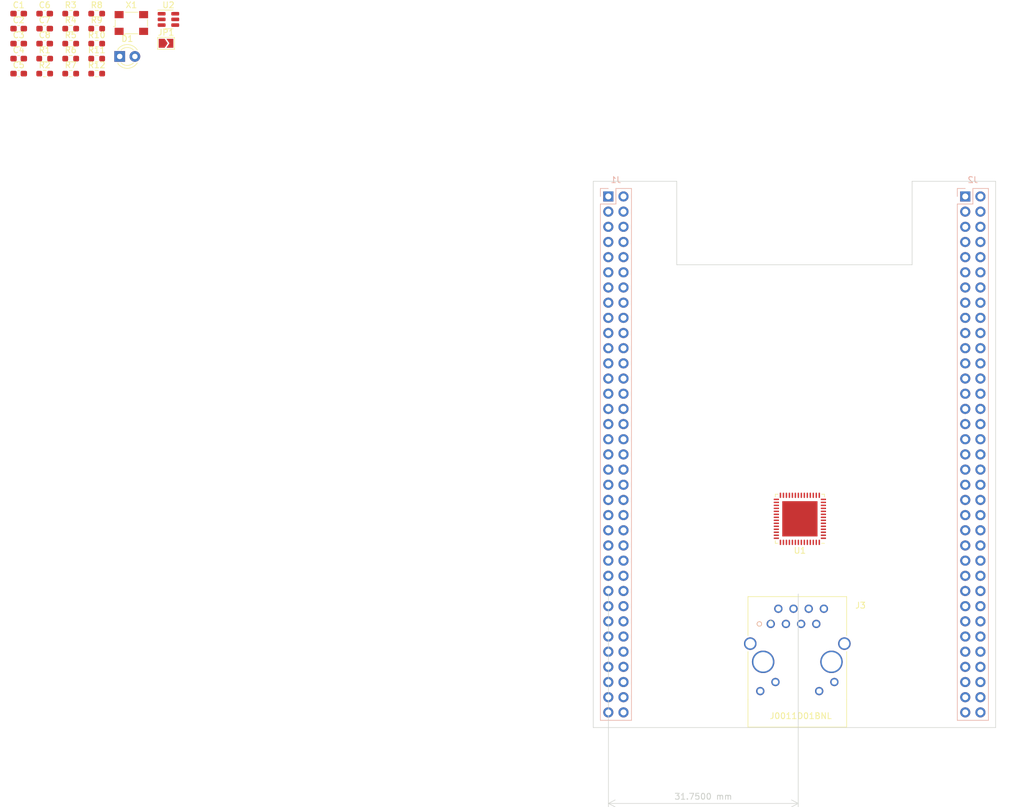
<source format=kicad_pcb>
(kicad_pcb (version 20221018) (generator pcbnew)
  (layers (0 "F.Cu" signal) (31 "B.Cu" signal) (34 "B.Paste" user) (35 "F.Paste" user) (36 "B.SilkS" user "B.Silkscreen") (37 "F.SilkS" user "F.Silkscreen") (38 "B.Mask" user) (39 "F.Mask" user) (44 "Edge.Cuts" user))
  (net 0 "")
  (net 8 "/RD+")
  (net 14 "/nRESET")
  (net 16 "GND")
  (net 19 "/TD+")
  (net 37 "/A1")
  (net 39 "/A2")
  (net 47 "/A0")
  (net 49 "/D3")
  (net 50 "/D2")
  (net 51 "/D14")
  (net 52 "/RD-")
  (net 55 "/D13")
  (net 73 "/TD-")
  (net 82 "/A5")
  (net 83 "/A4")
  (net 84 "/D5")
  (net 89 "/D4")
  (net 96 "/D0")
  (net 100 "/D7")
  (net 102 "/D1")
  (net 103 "/D9")
  (net 104 "/D11")
  (net 108 "/D6")
  (net 110 "/D12")
  (net 111 "/D10")
  (net 112 "/D8")
  (net 113 "/A7")
  (net 115 "/A3")
  (net 116 "/A6")
  (net 117 "/D15")
  (net 127 "Net-(J3-Pad9)")
  (net 128 "Net-(J3-Pad12)")
  (net 129 "/IRQ")
  (net 130 "+3.3V")
  (net 131 "+1V8")
  (net 132 "Net-(D1-A)")
  (net 133 "/nLNK_ACT")
  (net 134 "/nSPD100")
  (net 135 "/AMDIX_EN")
  (net 136 "Net-(U2-DO)")
  (net 137 "/EEP_DIO")
  (net 138 "/EEP_CLK")
  (net 139 "/EPP_CS")
  (net 140 "Net-(U1-EXRES)")
  (net 141 "/nFPDLX")
  (net 142 "/EEP_CS")
  (net 143 "/WAKEUP")
  (net 144 "Net-(U1-XTAL1{slash}CLKIN)")
  (net 145 "/nOE")
  (net 146 "/nWE")
  (net 148 "/nE1")
  (footprint "Resistor_SMD:R_0603_1608Metric_Pad0.98x0.95mm_HandSolder" (layer "F.Cu") (at 6.025 42.965)
    (fp_text reference "R1" (at 0 -1.43) (layer "F.SilkS"))
    (fp_text value "R")
    (fp_line (start -0.254724 -0.5225) (end 0.254724 -0.5225) (stroke (width 0.12)) (layer "F.SilkS"))
    (fp_line (start -0.254724 0.5225) (end 0.254724 0.5225) (stroke (width 0.12)) (layer "F.SilkS"))
    (pad "1" smd roundrect (at -0.9125 0) (size 0.975 0.95) (layers "F.Cu" "F.Paste" "F.Mask") (net 130 "+3.3V"))
    (pad "2" smd roundrect (at 0.9125 0) (size 0.975 0.95) (layers "F.Cu" "F.Paste" "F.Mask") (net 128 "Net-(J3-Pad12)"))
  )
  (footprint "Resistor_SMD:R_0603_1608Metric_Pad0.98x0.95mm_HandSolder" (layer "F.Cu") (at 10.375 40.455)
    (fp_text reference "R5" (at 0 -1.43) (layer "F.SilkS"))
    (fp_text value "R")
    (fp_line (start -0.254724 -0.5225) (end 0.254724 -0.5225) (stroke (width 0.12)) (layer "F.SilkS"))
    (fp_line (start -0.254724 0.5225) (end 0.254724 0.5225) (stroke (width 0.12)) (layer "F.SilkS"))
    (pad "1" smd roundrect (at -0.9125 0) (size 0.975 0.95) (layers "F.Cu" "F.Paste" "F.Mask") (net 130 "+3.3V"))
    (pad "2" smd roundrect (at 0.9125 0) (size 0.975 0.95) (layers "F.Cu" "F.Paste" "F.Mask") (net 19 "/TD+"))
  )
  (footprint "Resistor_SMD:R_0603_1608Metric_Pad0.98x0.95mm_HandSolder" (layer "F.Cu") (at 14.725 40.455)
    (fp_text reference "R10" (at 0 -1.43) (layer "F.SilkS"))
    (fp_text value "R")
    (fp_line (start -0.254724 -0.5225) (end 0.254724 -0.5225) (stroke (width 0.12)) (layer "F.SilkS"))
    (fp_line (start -0.254724 0.5225) (end 0.254724 0.5225) (stroke (width 0.12)) (layer "F.SilkS"))
    (pad "1" smd roundrect (at -0.9125 0) (size 0.975 0.95) (layers "F.Cu" "F.Paste" "F.Mask") (net 139 "/EPP_CS"))
    (pad "2" smd roundrect (at 0.9125 0) (size 0.975 0.95) (layers "F.Cu" "F.Paste" "F.Mask") (net 16 "GND"))
  )
  (footprint "Package_DFN_QFN:QFN-56-1EP_8x8mm_P0.5mm_EP5.9x5.9mm" (layer "F.Cu") (at 132.356 120 180)
    (fp_text reference "U1" (at 0 -5.32) (layer "F.SilkS"))
    (fp_text value "LAN9220-ABZJ")
    (fp_line (start -4.11 4.11) (end -4.11 3.635) (stroke (width 0.12)) (layer "F.SilkS"))
    (fp_line (start -3.635 -4.11) (end -4.11 -4.11) (stroke (width 0.12)) (layer "F.SilkS"))
    (fp_line (start -3.635 4.11) (end -4.11 4.11) (stroke (width 0.12)) (layer "F.SilkS"))
    (fp_line (start 3.635 -4.11) (end 4.11 -4.11) (stroke (width 0.12)) (layer "F.SilkS"))
    (fp_line (start 3.635 4.11) (end 4.11 4.11) (stroke (width 0.12)) (layer "F.SilkS"))
    (fp_line (start 4.11 -4.11) (end 4.11 -3.635) (stroke (width 0.12)) (layer "F.SilkS"))
    (fp_line (start 4.11 4.11) (end 4.11 3.635) (stroke (width 0.12)) (layer "F.SilkS"))
    (pad "1" smd roundrect (at -3.9375 -3.25 180) (size 0.875 0.25) (layers "F.Cu" "F.Paste" "F.Mask") (net 130 "+3.3V"))
    (pad "2" smd roundrect (at -3.9375 -2.75 180) (size 0.875 0.25) (layers "F.Cu" "F.Paste" "F.Mask") (net 131 "+1V8"))
    (pad "3" smd roundrect (at -3.9375 -2.25 180) (size 0.875 0.25) (layers "F.Cu" "F.Paste" "F.Mask") (net 134 "/nSPD100"))
    (pad "4" smd roundrect (at -3.9375 -1.75 180) (size 0.875 0.25) (layers "F.Cu" "F.Paste" "F.Mask") (net 133 "/nLNK_ACT"))
    (pad "5" smd roundrect (at -3.9375 -1.25 180) (size 0.875 0.25) (layers "F.Cu" "F.Paste" "F.Mask") (net 141 "/nFPDLX"))
    (pad "6" smd roundrect (at -3.9375 -0.75 180) (size 0.875 0.25) (layers "F.Cu" "F.Paste" "F.Mask") (net 113 "/A7"))
    (pad "7" smd roundrect (at -3.9375 -0.25 180) (size 0.875 0.25) (layers "F.Cu" "F.Paste" "F.Mask") (net 116 "/A6"))
    (pad "8" smd roundrect (at -3.9375 0.25 180) (size 0.875 0.25) (layers "F.Cu" "F.Paste" "F.Mask") (net 82 "/A5"))
    (pad "9" smd roundrect (at -3.9375 0.75 180) (size 0.875 0.25) (layers "F.Cu" "F.Paste" "F.Mask") (net 83 "/A4"))
    (pad "10" smd roundrect (at -3.9375 1.25 180) (size 0.875 0.25) (layers "F.Cu" "F.Paste" "F.Mask") (net 115 "/A3"))
    (pad "11" smd roundrect (at -3.9375 1.75 180) (size 0.875 0.25) (layers "F.Cu" "F.Paste" "F.Mask") (net 39 "/A2"))
    (pad "12" smd roundrect (at -3.9375 2.25 180) (size 0.875 0.25) (layers "F.Cu" "F.Paste" "F.Mask") (net 37 "/A1"))
    (pad "13" smd roundrect (at -3.9375 2.75 180) (size 0.875 0.25) (layers "F.Cu" "F.Paste" "F.Mask") (net 16 "GND"))
    (pad "14" smd roundrect (at -3.9375 3.25 180) (size 0.875 0.25) (layers "F.Cu" "F.Paste" "F.Mask") (net 16 "GND"))
    (pad "15" smd roundrect (at -3.25 3.9375 180) (size 0.25 0.875) (layers "F.Cu" "F.Paste" "F.Mask") (net 145 "/nOE"))
    (pad "16" smd roundrect (at -2.75 3.9375 180) (size 0.25 0.875) (layers "F.Cu" "F.Paste" "F.Mask") (net 146 "/nWE"))
    (pad "17" smd roundrect (at -2.25 3.9375 180) (size 0.25 0.875) (layers "F.Cu" "F.Paste" "F.Mask") (net 148 "/nE1"))
    (pad "18" smd roundrect (at -1.75 3.9375 180) (size 0.25 0.875) (layers "F.Cu" "F.Paste" "F.Mask") (net 130 "+3.3V"))
    (pad "19" smd roundrect (at -1.25 3.9375 180) (size 0.25 0.875) (layers "F.Cu" "F.Paste" "F.Mask") (net 117 "/D15"))
    (pad "20" smd roundrect (at -0.75 3.9375 180) (size 0.25 0.875) (layers "F.Cu" "F.Paste" "F.Mask") (net 51 "/D14"))
    (pad "21" smd roundrect (at -0.25 3.9375 180) (size 0.25 0.875) (layers "F.Cu" "F.Paste" "F.Mask") (net 55 "/D13"))
    (pad "22" smd roundrect (at 0.25 3.9375 180) (size 0.25 0.875) (layers "F.Cu" "F.Paste" "F.Mask") (net 110 "/D12"))
    (pad "23" smd roundrect (at 0.75 3.9375 180) (size 0.25 0.875) (layers "F.Cu" "F.Paste" "F.Mask") (net 104 "/D11"))
    (pad "24" smd roundrect (at 1.25 3.9375 180) (size 0.25 0.875) (layers "F.Cu" "F.Paste" "F.Mask") (net 130 "+3.3V"))
    (pad "25" smd roundrect (at 1.75 3.9375 180) (size 0.25 0.875) (layers "F.Cu" "F.Paste" "F.Mask") (net 111 "/D10"))
    (pad "26" smd roundrect (at 2.25 3.9375 180) (size 0.25 0.875) (layers "F.Cu" "F.Paste" "F.Mask") (net 103 "/D9"))
    (pad "27" smd roundrect (at 2.75 3.9375 180) (size 0.25 0.875) (layers "F.Cu" "F.Paste" "F.Mask") (net 112 "/D8"))
    (pad "28" smd roundrect (at 3.25 3.9375 180) (size 0.25 0.875) (layers "F.Cu" "F.Paste" "F.Mask") (net 100 "/D7"))
    (pad "29" smd roundrect (at 3.9375 3.25 180) (size 0.875 0.25) (layers "F.Cu" "F.Paste" "F.Mask") (net 108 "/D6"))
    (pad "30" smd roundrect (at 3.9375 2.75 180) (size 0.875 0.25) (layers "F.Cu" "F.Paste" "F.Mask") (net 130 "+3.3V"))
    (pad "31" smd roundrect (at 3.9375 2.25 180) (size 0.875 0.25) (layers "F.Cu" "F.Paste" "F.Mask") (net 84 "/D5"))
    (pad "32" smd roundrect (at 3.9375 1.75 180) (size 0.875 0.25) (layers "F.Cu" "F.Paste" "F.Mask") (net 89 "/D4"))
    (pad "33" smd roundrect (at 3.9375 1.25 180) (size 0.875 0.25) (layers "F.Cu" "F.Paste" "F.Mask") (net 49 "/D3"))
    (pad "34" smd roundrect (at 3.9375 0.75 180) (size 0.875 0.25) (layers "F.Cu" "F.Paste" "F.Mask") (net 50 "/D2"))
    (pad "35" smd roundrect (at 3.9375 0.25 180) (size 0.875 0.25) (layers "F.Cu" "F.Paste" "F.Mask") (net 102 "/D1"))
    (pad "36" smd roundrect (at 3.9375 -0.25 180) (size 0.875 0.25) (layers "F.Cu" "F.Paste" "F.Mask") (net 96 "/D0"))
    (pad "37" smd roundrect (at 3.9375 -0.75 180) (size 0.875 0.25) (layers "F.Cu" "F.Paste" "F.Mask") (net 131 "+1V8"))
    (pad "38" smd roundrect (at 3.9375 -1.25 180) (size 0.875 0.25) (layers "F.Cu" "F.Paste" "F.Mask") (net 137 "/EEP_DIO"))
    (pad "39" smd roundrect (at 3.9375 -1.75 180) (size 0.875 0.25) (layers "F.Cu" "F.Paste" "F.Mask") (net 142 "/EEP_CS"))
    (pad "40" smd roundrect (at 3.9375 -2.25 180) (size 0.875 0.25) (layers "F.Cu" "F.Paste" "F.Mask") (net 138 "/EEP_CLK"))
    (pad "41" smd roundrect (at 3.9375 -2.75 180) (size 0.875 0.25) (layers "F.Cu" "F.Paste" "F.Mask") (net 143 "/WAKEUP"))
    (pad "42" smd roundrect (at 3.9375 -3.25 180) (size 0.875 0.25) (layers "F.Cu" "F.Paste" "F.Mask") (net 14 "/nRESET"))
    (pad "43" smd roundrect (at 3.25 -3.9375 180) (size 0.25 0.875) (layers "F.Cu" "F.Paste" "F.Mask") (net 129 "/IRQ"))
    (pad "44" smd roundrect (at 2.75 -3.9375 180) (size 0.25 0.875) (layers "F.Cu" "F.Paste" "F.Mask") (net 73 "/TD-"))
    (pad "45" smd roundrect (at 2.25 -3.9375 180) (size 0.25 0.875) (layers "F.Cu" "F.Paste" "F.Mask") (net 19 "/TD+"))
    (pad "46" smd roundrect (at 1.75 -3.9375 180) (size 0.25 0.875) (layers "F.Cu" "F.Paste" "F.Mask") (net 130 "+3.3V"))
    (pad "47" smd roundrect (at 1.25 -3.9375 180) (size 0.25 0.875) (layers "F.Cu" "F.Paste" "F.Mask") (net 52 "/RD-"))
    (pad "48" smd roundrect (at 0.75 -3.9375 180) (size 0.25 0.875) (layers "F.Cu" "F.Paste" "F.Mask") (net 8 "/RD+"))
    (pad "49" smd roundrect (at 0.25 -3.9375 180) (size 0.25 0.875) (layers "F.Cu" "F.Paste" "F.Mask") (net 130 "+3.3V"))
    (pad "50" smd roundrect (at -0.25 -3.9375 180) (size 0.25 0.875) (layers "F.Cu" "F.Paste" "F.Mask") (net 140 "Net-(U1-EXRES)"))
    (pad "51" smd roundrect (at -0.75 -3.9375 180) (size 0.25 0.875) (layers "F.Cu" "F.Paste" "F.Mask") (net 130 "+3.3V"))
    (pad "52" smd roundrect (at -1.25 -3.9375 180) (size 0.25 0.875) (layers "F.Cu" "F.Paste" "F.Mask") (net 135 "/AMDIX_EN"))
    (pad "53" smd roundrect (at -1.75 -3.9375 180) (size 0.25 0.875) (layers "F.Cu" "F.Paste" "F.Mask") (net 131 "+1V8"))
    (pad "54" smd roundrect (at -2.25 -3.9375 180) (size 0.25 0.875) (layers "F.Cu" "F.Paste" "F.Mask"))
    (pad "55" smd roundrect (at -2.75 -3.9375 180) (size 0.25 0.875) (layers "F.Cu" "F.Paste" "F.Mask") (net 144 "Net-(U1-XTAL1{slash}CLKIN)"))
    (pad "56" smd roundrect (at -3.25 -3.9375 180) (size 0.25 0.875) (layers "F.Cu" "F.Paste" "F.Mask") (net 130 "+3.3V"))
    (pad "57" smd rect (at 0 0 180) (size 5.9 5.9) (layers "F.Cu" "F.Mask") (net 16 "GND"))
  )
  (footprint "Resistor_SMD:R_0603_1608Metric_Pad0.98x0.95mm_HandSolder" (layer "F.Cu") (at 10.375 42.965)
    (fp_text reference "R6" (at 0 -1.43) (layer "F.SilkS"))
    (fp_text value "R")
    (fp_line (start -0.254724 -0.5225) (end 0.254724 -0.5225) (stroke (width 0.12)) (layer "F.SilkS"))
    (fp_line (start -0.254724 0.5225) (end 0.254724 0.5225) (stroke (width 0.12)) (layer "F.SilkS"))
    (pad "1" smd roundrect (at -0.9125 0) (size 0.975 0.95) (layers "F.Cu" "F.Paste" "F.Mask") (net 130 "+3.3V"))
    (pad "2" smd roundrect (at 0.9125 0) (size 0.975 0.95) (layers "F.Cu" "F.Paste" "F.Mask") (net 52 "/RD-"))
  )
  (footprint "Resistor_SMD:R_0603_1608Metric_Pad0.98x0.95mm_HandSolder" (layer "F.Cu") (at 14.725 42.965)
    (fp_text reference "R11" (at 0 -1.43) (layer "F.SilkS"))
    (fp_text value "R")
    (fp_line (start -0.254724 -0.5225) (end 0.254724 -0.5225) (stroke (width 0.12)) (layer "F.SilkS"))
    (fp_line (start -0.254724 0.5225) (end 0.254724 0.5225) (stroke (width 0.12)) (layer "F.SilkS"))
    (pad "1" smd roundrect (at -0.9125 0) (size 0.975 0.95) (layers "F.Cu" "F.Paste" "F.Mask") (net 140 "Net-(U1-EXRES)"))
    (pad "2" smd roundrect (at 0.9125 0) (size 0.975 0.95) (layers "F.Cu" "F.Paste" "F.Mask") (net 16 "GND"))
  )
  (footprint "Capacitor_SMD:C_0603_1608Metric_Pad1.08x0.95mm_HandSolder" (layer "F.Cu") (at 1.675 35.435)
    (fp_text reference "C1" (at 0 -1.43) (layer "F.SilkS"))
    (fp_text value "C_Small")
    (fp_line (start -0.146267 -0.51) (end 0.146267 -0.51) (stroke (width 0.12)) (layer "F.SilkS"))
    (fp_line (start -0.146267 0.51) (end 0.146267 0.51) (stroke (width 0.12)) (layer "F.SilkS"))
    (pad "1" smd roundrect (at -0.8625 0) (size 1.075 0.95) (layers "F.Cu" "F.Paste" "F.Mask") (net 8 "/RD+"))
    (pad "2" smd roundrect (at 0.8625 0) (size 1.075 0.95) (layers "F.Cu" "F.Paste" "F.Mask") (net 16 "GND"))
  )
  (footprint "Resistor_SMD:R_0603_1608Metric_Pad0.98x0.95mm_HandSolder" (layer "F.Cu") (at 14.725 35.435)
    (fp_text reference "R8" (at 0 -1.43) (layer "F.SilkS"))
    (fp_text value "R")
    (fp_line (start -0.254724 -0.5225) (end 0.254724 -0.5225) (stroke (width 0.12)) (layer "F.SilkS"))
    (fp_line (start -0.254724 0.5225) (end 0.254724 0.5225) (stroke (width 0.12)) (layer "F.SilkS"))
    (pad "1" smd roundrect (at -0.9125 0) (size 0.975 0.95) (layers "F.Cu" "F.Paste" "F.Mask") (net 136 "Net-(U2-DO)"))
    (pad "2" smd roundrect (at 0.9125 0) (size 0.975 0.95) (layers "F.Cu" "F.Paste" "F.Mask") (net 137 "/EEP_DIO"))
  )
  (footprint "Capacitor_SMD:C_0603_1608Metric_Pad1.08x0.95mm_HandSolder" (layer "F.Cu") (at 1.675 42.965)
    (fp_text reference "C4" (at 0 -1.43) (layer "F.SilkS"))
    (fp_text value "C_Small")
    (fp_line (start -0.146267 -0.51) (end 0.146267 -0.51) (stroke (width 0.12)) (layer "F.SilkS"))
    (fp_line (start -0.146267 0.51) (end 0.146267 0.51) (stroke (width 0.12)) (layer "F.SilkS"))
    (pad "1" smd roundrect (at -0.8625 0) (size 1.075 0.95) (layers "F.Cu" "F.Paste" "F.Mask") (net 73 "/TD-"))
    (pad "2" smd roundrect (at 0.8625 0) (size 1.075 0.95) (layers "F.Cu" "F.Paste" "F.Mask") (net 16 "GND"))
  )
  (footprint "Package_TO_SOT_SMD:SOT-23-6" (layer "F.Cu") (at 26.725 36.405)
    (fp_text reference "U2" (at 0 -2.4) (layer "F.SilkS"))
    (fp_text value "93AA46AT-IOT")
    (fp_line (start 0 -1.56) (end -1.8 -1.56) (stroke (width 0.12)) (layer "F.SilkS"))
    (fp_line (start 0 -1.56) (end 0.8 -1.56) (stroke (width 0.12)) (layer "F.SilkS"))
    (fp_line (start 0 1.56) (end -0.8 1.56) (stroke (width 0.12)) (layer "F.SilkS"))
    (fp_line (start 0 1.56) (end 0.8 1.56) (stroke (width 0.12)) (layer "F.SilkS"))
    (pad "1" smd roundrect (at -1.1375 -0.95) (size 1.325 0.6) (layers "F.Cu" "F.Paste" "F.Mask") (net 136 "Net-(U2-DO)"))
    (pad "2" smd roundrect (at -1.1375 0) (size 1.325 0.6) (layers "F.Cu" "F.Paste" "F.Mask") (net 16 "GND"))
    (pad "3" smd roundrect (at -1.1375 0.95) (size 1.325 0.6) (layers "F.Cu" "F.Paste" "F.Mask") (net 137 "/EEP_DIO"))
    (pad "4" smd roundrect (at 1.1375 0.95) (size 1.325 0.6) (layers "F.Cu" "F.Paste" "F.Mask") (net 138 "/EEP_CLK"))
    (pad "5" smd roundrect (at 1.1375 0) (size 1.325 0.6) (layers "F.Cu" "F.Paste" "F.Mask") (net 139 "/EPP_CS"))
    (pad "6" smd roundrect (at 1.1375 -0.95) (size 1.325 0.6) (layers "F.Cu" "F.Paste" "F.Mask") (net 130 "+3.3V"))
  )
  (footprint "Oscillator:Oscillator_SMD_Fordahl_DFAS15-4Pin_5.0x3.2mm" (layer "F.Cu") (at 20.525 37.005)
    (fp_text reference "X1" (at 0 -3) (layer "F.SilkS"))
    (fp_text value "DFA-S15")
    (fp_line (start -3 0.6) (end -2.7 0.6) (stroke (width 0.12)) (layer "F.SilkS"))
    (fp_line (start -2.7 0.6) (end -2.7 -0.6) (stroke (width 0.12)) (layer "F.SilkS"))
    (fp_line (start -1.1 -1.8) (end 1.1 -1.8) (stroke (width 0.12)) (layer "F.SilkS"))
    (fp_line (start -1.1 1.8) (end -1.1 2.2) (stroke (width 0.12)) (layer "F.SilkS"))
    (fp_line (start 1.1 1.8) (end -1.1 1.8) (stroke (width 0.12)) (layer "F.SilkS"))
    (fp_line (start 2.7 -0.6) (end 2.7 0.6) (stroke (width 0.12)) (layer "F.SilkS"))
    (pad "1" smd rect (at -2.05 1.4) (size 1.5 1.2) (layers "F.Cu" "F.Paste" "F.Mask") (net 130 "+3.3V"))
    (pad "2" smd rect (at 2.05 1.4) (size 1.5 1.2) (layers "F.Cu" "F.Paste" "F.Mask") (net 16 "GND"))
    (pad "3" smd rect (at 2.05 -1.4) (size 1.5 1.2) (layers "F.Cu" "F.Paste" "F.Mask") (net 144 "Net-(U1-XTAL1{slash}CLKIN)"))
    (pad "4" smd rect (at -2.05 -1.4) (size 1.5 1.2) (layers "F.Cu" "F.Paste" "F.Mask") (net 130 "+3.3V"))
  )
  (footprint "Capacitor_SMD:C_0603_1608Metric_Pad1.08x0.95mm_HandSolder" (layer "F.Cu") (at 6.025 35.435)
    (fp_text reference "C6" (at 0 -1.43) (layer "F.SilkS"))
    (fp_text value "C_Small")
    (fp_line (start -0.146267 -0.51) (end 0.146267 -0.51) (stroke (width 0.12)) (layer "F.SilkS"))
    (fp_line (start -0.146267 0.51) (end 0.146267 0.51) (stroke (width 0.12)) (layer "F.SilkS"))
    (pad "1" smd roundrect (at -0.8625 0) (size 1.075 0.95) (layers "F.Cu" "F.Paste" "F.Mask") (net 130 "+3.3V"))
    (pad "2" smd roundrect (at 0.8625 0) (size 1.075 0.95) (layers "F.Cu" "F.Paste" "F.Mask") (net 16 "GND"))
  )
  (footprint "LED_THT:LED_D3.0mm" (layer "F.Cu") (at 18.575 42.605)
    (fp_text reference "D1" (at 1.27 -2.96) (layer "F.SilkS"))
    (fp_text value "LED")
    (fp_line (start -0.29 -1.236) (end -0.29 -1.08) (stroke (width 0.12)) (layer "F.SilkS"))
    (fp_line (start -0.29 1.08) (end -0.29 1.236) (stroke (width 0.12)) (layer "F.SilkS"))
    (fp_arc (start -0.29 -1.235516) (mid 1.366487 -1.987659) (end 2.942335 -1.078608) (stroke (width 0.12)) (layer "F.SilkS"))
    (fp_arc (start 0.229039 -1.08) (mid 1.270117 -1.5) (end 2.31113 -1.079837) (stroke (width 0.12)) (layer "F.SilkS"))
    (fp_arc (start 2.31113 1.079837) (mid 1.270117 1.5) (end 0.229039 1.08) (stroke (width 0.12)) (layer "F.SilkS"))
    (fp_arc (start 2.942335 1.078608) (mid 1.366487 1.987659) (end -0.29 1.235516) (stroke (width 0.12)) (layer "F.SilkS"))
    (pad "1" thru_hole rect (at 0 0) (size 1.8 1.8) (drill 0.9) (layers "*.Cu" "*.Mask") (net 141 "/nFPDLX"))
    (pad "2" thru_hole circle (at 2.54 0) (size 1.8 1.8) (drill 0.9) (layers "*.Cu" "*.Mask") (net 132 "Net-(D1-A)"))
  )
  (footprint "MyFootprint:J0011D01BNL" (layer "F.Cu") (at 127.483 137.59 180)
    (fp_text reference "J3" (at -15.017 3.09) (layer "F.SilkS"))
    (fp_text value "J0011D01BNL" (at -5.017 -15.41) (layer "F.SilkS"))
    (fp_text user "*" (at 0 0) (layer "F.SilkS"))
    (fp_circle (center 1.905 -0.005) (end 2.286 -0.005) (stroke (width 0.12)) (fill none) (layer "B.SilkS"))
    (fp_line (start -12.7 -17.277) (end -12.7 -12.7) (stroke (width 0.12)) (layer "F.SilkS"))
    (fp_line (start -12.7 -12.641237) (end -12.7 -4.633763) (stroke (width 0.12)) (layer "F.SilkS"))
    (fp_line (start -12.7 -1.966237) (end -12.7 4.567) (stroke (width 0.12)) (layer "F.SilkS"))
    (fp_line (start -12.7 4.567) (end 3.81 4.567) (stroke (width 0.12)) (layer "F.SilkS"))
    (fp_line (start 3.81 -17.277) (end -12.7 -17.277) (stroke (width 0.12)) (layer "F.SilkS"))
    (fp_line (start 3.81 -12.641237) (end 3.81 -17.277) (stroke (width 0.12)) (layer "F.SilkS"))
    (fp_line (start 3.81 -4.633763) (end 3.81 -12.641237) (stroke (width 0.12)) (layer "F.SilkS"))
    (fp_line (start 3.81 4.567) (end 3.81 -1.966237) (stroke (width 0.12)) (layer "F.SilkS"))
    (fp_circle (center 1.905 -0.005) (end 2.286 -0.005) (stroke (width 0.12)) (fill none) (layer "F.SilkS"))
    (pad "1" thru_hole circle (at 0 0 180) (size 1.397 1.397) (drill 0.889) (layers "*.Cu" "*.Mask") (net 19 "/TD+"))
    (pad "2" thru_hole circle (at -1.27 2.54 180) (size 1.397 1.397) (drill 0.889) (layers "*.Cu" "*.Mask") (net 73 "/TD-"))
    (pad "3" thru_hole circle (at -2.54 0 180) (size 1.397 1.397) (drill 0.889) (layers "*.Cu" "*.Mask") (net 8 "/RD+"))
    (pad "4" thru_hole circle (at -3.81 2.54 180) (size 1.397 1.397) (drill 0.889) (layers "*.Cu" "*.Mask") (net 16 "GND"))
    (pad "5" thru_hole circle (at -5.08 0 180) (size 1.397 1.397) (drill 0.889) (layers "*.Cu" "*.Mask") (net 16 "GND"))
    (pad "6" thru_hole circle (at -6.35 2.54 180) (size 1.397 1.397) (drill 0.889) (layers "*.Cu" "*.Mask") (net 52 "/RD-"))
    (pad "7" thru_hole circle (at -7.62 0 180) (size 1.397 1.397) (drill 0.889) (layers "*.Cu" "*.Mask") (net 16 "GND"))
    (pad "8" thru_hole circle (at -8.89 2.54 180) (size 1.397 1.397) (drill 0.889) (layers "*.Cu" "*.Mask") (net 16 "GND"))
    (pad "9" thru_hole circle (at 1.753 -11.25 180) (size 1.397 1.397) (drill 0.889) (layers "*.Cu" "*.Mask") (net 127 "Net-(J3-Pad9)"))
    (pad "10" thru_hole circle (at -0.787 -9.73 180) (size 1.397 1.397) (drill 0.889) (layers "*.Cu" "*.Mask") (net 133 "/nLNK_ACT"))
    (pad "11" thru_hole circle (at -8.103 -11.25 180) (size 1.397 1.397) (drill 0.889) (layers "*.Cu" "*.Mask") (net 134 "/nSPD100"))
    (pad "12" thru_hole circle (at -10.643 -9.73 180) (size 1.397 1.397) (drill 0.889) (layers "*.Cu" "*.Mask") (net 128 "Net-(J3-Pad12)"))
    (pad "13" thru_hole circle (at -10.16 -6.35 270) (size 3.7592 3.7592) (drill 3.2512) (layers "*.Cu" "*.Mask"))
    (pad "14" thru_hole circle (at 1.27 -6.35 270) (size 3.7592 3.7592) (drill 3.2512) (layers "*.Cu" "*.Mask"))
    (pad "15" thru_hole circle (at -12.319998 -3.3 270) (size 2.1082 2.1082) (drill 1.6002) (layers "*.Cu" "*.Mask"))
    (pad "16" thru_hole circle (at 3.429998 -3.3 270) (size 2.1082 2.1082) (drill 1.6002) (layers "*.Cu" "*.Mask"))
  )
  (footprint "Capacitor_SMD:C_0603_1608Metric_Pad1.08x0.95mm_HandSolder" (layer "F.Cu") (at 1.675 40.455)
    (fp_text reference "C3" (at 0 -1.43) (layer "F.SilkS"))
    (fp_text value "C_Small")
    (fp_line (start -0.146267 -0.51) (end 0.146267 -0.51) (stroke (width 0.12)) (layer "F.SilkS"))
    (fp_line (start -0.146267 0.51) (end 0.146267 0.51) (stroke (width 0.12)) (layer "F.SilkS"))
    (pad "1" smd roundrect (at -0.8625 0) (size 1.075 0.95) (layers "F.Cu" "F.Paste" "F.Mask") (net 52 "/RD-"))
    (pad "2" smd roundrect (at 0.8625 0) (size 1.075 0.95) (layers "F.Cu" "F.Paste" "F.Mask") (net 16 "GND"))
  )
  (footprint "Resistor_SMD:R_0603_1608Metric_Pad0.98x0.95mm_HandSolder" (layer "F.Cu") (at 6.025 45.475)
    (fp_text reference "R2" (at 0 -1.43) (layer "F.SilkS"))
    (fp_text value "R")
    (fp_line (start -0.254724 -0.5225) (end 0.254724 -0.5225) (stroke (width 0.12)) (layer "F.SilkS"))
    (fp_line (start -0.254724 0.5225) (end 0.254724 0.5225) (stroke (width 0.12)) (layer "F.SilkS"))
    (pad "1" smd roundrect (at -0.9125 0) (size 0.975 0.95) (layers "F.Cu" "F.Paste" "F.Mask") (net 130 "+3.3V"))
    (pad "2" smd roundrect (at 0.9125 0) (size 0.975 0.95) (layers "F.Cu" "F.Paste" "F.Mask") (net 127 "Net-(J3-Pad9)"))
  )
  (footprint "Capacitor_SMD:C_0603_1608Metric_Pad1.08x0.95mm_HandSolder" (layer "F.Cu") (at 1.675 45.475)
    (fp_text reference "C5" (at 0 -1.43) (layer "F.SilkS"))
    (fp_text value "C_Small")
    (fp_line (start -0.146267 -0.51) (end 0.146267 -0.51) (stroke (width 0.12)) (layer "F.SilkS"))
    (fp_line (start -0.146267 0.51) (end 0.146267 0.51) (stroke (width 0.12)) (layer "F.SilkS"))
    (pad "1" smd roundrect (at -0.8625 0) (size 1.075 0.95) (layers "F.Cu" "F.Paste" "F.Mask") (net 130 "+3.3V"))
    (pad "2" smd roundrect (at 0.8625 0) (size 1.075 0.95) (layers "F.Cu" "F.Paste" "F.Mask") (net 16 "GND"))
  )
  (footprint "Jumper:SolderJumper-2_P1.3mm_Open_TrianglePad1.0x1.5mm" (layer "F.Cu") (at 26.325 40.405)
    (fp_text reference "JP1" (at 0 -1.8) (layer "F.SilkS"))
    (fp_text value "SolderJumper_2_Open")
    (fp_line (start -1.4 -1) (end 1.4 -1) (stroke (width 0.12)) (layer "F.SilkS"))
    (fp_line (start -1.4 1) (end -1.4 -1) (stroke (width 0.12)) (layer "F.SilkS"))
    (fp_line (start 1.4 -1) (end 1.4 1) (stroke (width 0.12)) (layer "F.SilkS"))
    (fp_line (start 1.4 1) (end -1.4 1) (stroke (width 0.12)) (layer "F.SilkS"))
    (pad "1" smd custom (at -0.725 0) (size 0.3 0.3) (layers "F.Cu" "F.Mask") (net 135 "/AMDIX_EN") (options (clearance outline) (anchor rect)) (primitives (gr_poly (pts (xy 1 0) (xy 0.5 0.75) (xy -0.5 0.75) (xy -0.5 -0.75) (xy 0.5 -0.75)) (width 0) (fill yes))))
    (pad "2" smd custom (at 0.725 0) (size 0.3 0.3) (layers "F.Cu" "F.Mask") (net 16 "GND") (options (clearance outline) (anchor rect)) (primitives (gr_poly (pts (xy 0.5 0.75) (xy -0.65 0.75) (xy -0.15 0) (xy -0.65 -0.75) (xy 0.5 -0.75)) (width 0) (fill yes))))
  )
  (footprint "Resistor_SMD:R_0603_1608Metric_Pad0.98x0.95mm_HandSolder" (layer "F.Cu") (at 10.375 37.945)
    (fp_text reference "R4" (at 0 -1.43) (layer "F.SilkS"))
    (fp_text value "R")
    (fp_line (start -0.254724 -0.5225) (end 0.254724 -0.5225) (stroke (width 0.12)) (layer "F.SilkS"))
    (fp_line (start -0.254724 0.5225) (end 0.254724 0.5225) (stroke (width 0.12)) (layer "F.SilkS"))
    (pad "1" smd roundrect (at -0.9125 0) (size 0.975 0.95) (layers "F.Cu" "F.Paste" "F.Mask") (net 130 "+3.3V"))
    (pad "2" smd roundrect (at 0.9125 0) (size 0.975 0.95) (layers "F.Cu" "F.Paste" "F.Mask") (net 8 "/RD+"))
  )
  (footprint "Capacitor_SMD:C_0603_1608Metric_Pad1.08x0.95mm_HandSolder" (layer "F.Cu") (at 1.675 37.945)
    (fp_text reference "C2" (at 0 -1.43) (layer "F.SilkS"))
    (fp_text value "C_Small")
    (fp_line (start -0.146267 -0.51) (end 0.146267 -0.51) (stroke (width 0.12)) (layer "F.SilkS"))
    (fp_line (start -0.146267 0.51) (end 0.146267 0.51) (stroke (width 0.12)) (layer "F.SilkS"))
    (pad "1" smd roundrect (at -0.8625 0) (size 1.075 0.95) (layers "F.Cu" "F.Paste" "F.Mask") (net 19 "/TD+"))
    (pad "2" smd roundrect (at 0.8625 0) (size 1.075 0.95) (layers "F.Cu" "F.Paste" "F.Mask") (net 16 "GND"))
  )
  (footprint "Capacitor_SMD:C_0603_1608Metric_Pad1.08x0.95mm_HandSolder" (layer "F.Cu") (at 6.025 37.945)
    (fp_text reference "C7" (at 0 -1.43) (layer "F.SilkS"))
    (fp_text value "C_Small")
    (fp_line (start -0.146267 -0.51) (end 0.146267 -0.51) (stroke (width 0.12)) (layer "F.SilkS"))
    (fp_line (start -0.146267 0.51) (end 0.146267 0.51) (stroke (width 0.12)) (layer "F.SilkS"))
    (pad "1" smd roundrect (at -0.8625 0) (size 1.075 0.95) (layers "F.Cu" "F.Paste" "F.Mask") (net 131 "+1V8"))
    (pad "2" smd roundrect (at 0.8625 0) (size 1.075 0.95) (layers "F.Cu" "F.Paste" "F.Mask") (net 16 "GND"))
  )
  (footprint "Resistor_SMD:R_0603_1608Metric_Pad0.98x0.95mm_HandSolder" (layer "F.Cu") (at 14.725 45.475)
    (fp_text reference "R12" (at 0 -1.43) (layer "F.SilkS"))
    (fp_text value "R")
    (fp_line (start -0.254724 -0.5225) (end 0.254724 -0.5225) (stroke (width 0.12)) (layer "F.SilkS"))
    (fp_line (start -0.254724 0.5225) (end 0.254724 0.5225) (stroke (width 0.12)) (layer "F.SilkS"))
    (pad "1" smd roundrect (at -0.9125 0) (size 0.975 0.95) (layers "F.Cu" "F.Paste" "F.Mask") (net 130 "+3.3V"))
    (pad "2" smd roundrect (at 0.9125 0) (size 0.975 0.95) (layers "F.Cu" "F.Paste" "F.Mask") (net 132 "Net-(D1-A)"))
  )
  (footprint "Capacitor_SMD:C_0603_1608Metric_Pad1.08x0.95mm_HandSolder" (layer "F.Cu") (at 6.025 40.455)
    (fp_text reference "C8" (at 0 -1.43) (layer "F.SilkS"))
    (fp_text value "C_Small")
    (fp_line (start -0.146267 -0.51) (end 0.146267 -0.51) (stroke (width 0.12)) (layer "F.SilkS"))
    (fp_line (start -0.146267 0.51) (end 0.146267 0.51) (stroke (width 0.12)) (layer "F.SilkS"))
    (pad "1" smd roundrect (at -0.8625 0) (size 1.075 0.95) (layers "F.Cu" "F.Paste" "F.Mask") (net 131 "+1V8"))
    (pad "2" smd roundrect (at 0.8625 0) (size 1.075 0.95) (layers "F.Cu" "F.Paste" "F.Mask") (net 16 "GND"))
  )
  (footprint "Resistor_SMD:R_0603_1608Metric_Pad0.98x0.95mm_HandSolder" (layer "F.Cu") (at 10.375 35.435)
    (fp_text reference "R3" (at 0 -1.43) (layer "F.SilkS"))
    (fp_text value "R")
    (fp_line (start -0.254724 -0.5225) (end 0.254724 -0.5225) (stroke (width 0.12)) (layer "F.SilkS"))
    (fp_line (start -0.254724 0.5225) (end 0.254724 0.5225) (stroke (width 0.12)) (layer "F.SilkS"))
    (pad "1" smd roundrect (at -0.9125 0) (size 0.975 0.95) (layers "F.Cu" "F.Paste" "F.Mask") (net 130 "+3.3V"))
    (pad "2" smd roundrect (at 0.9125 0) (size 0.975 0.95) (layers "F.Cu" "F.Paste" "F.Mask") (net 16 "GND"))
  )
  (footprint "Resistor_SMD:R_0603_1608Metric_Pad0.98x0.95mm_HandSolder" (layer "F.Cu") (at 14.725 37.945)
    (fp_text reference "R9" (at 0 -1.43) (layer "F.SilkS"))
    (fp_text value "R")
    (fp_line (start -0.254724 -0.5225) (end 0.254724 -0.5225) (stroke (width 0.12)) (layer "F.SilkS"))
    (fp_line (start -0.254724 0.5225) (end 0.254724 0.5225) (stroke (width 0.12)) (layer "F.SilkS"))
    (pad "1" smd roundrect (at -0.9125 0) (size 0.975 0.95) (layers "F.Cu" "F.Paste" "F.Mask") (net 130 "+3.3V"))
    (pad "2" smd roundrect (at 0.9125 0) (size 0.975 0.95) (layers "F.Cu" "F.Paste" "F.Mask") (net 138 "/EEP_CLK"))
  )
  (footprint "Resistor_SMD:R_0603_1608Metric_Pad0.98x0.95mm_HandSolder" (layer "F.Cu") (at 10.375 45.475)
    (fp_text reference "R7" (at 0 -1.43) (layer "F.SilkS"))
    (fp_text value "R")
    (fp_line (start -0.254724 -0.5225) (end 0.254724 -0.5225) (stroke (width 0.12)) (layer "F.SilkS"))
    (fp_line (start -0.254724 0.5225) (end 0.254724 0.5225) (stroke (width 0.12)) (layer "F.SilkS"))
    (pad "1" smd roundrect (at -0.9125 0) (size 0.975 0.95) (layers "F.Cu" "F.Paste" "F.Mask") (net 130 "+3.3V"))
    (pad "2" smd roundrect (at 0.9125 0) (size 0.975 0.95) (layers "F.Cu" "F.Paste" "F.Mask") (net 73 "/TD-"))
  )
  (footprint "Connector_PinSocket_2.54mm:PinSocket_2x35_P2.54mm_Vertical" (layer "B.Cu") (at 160.02 66.04 180)
    (fp_text reference "J2" (at -1.27 2.77) (layer "B.SilkS") (effects (justify mirror)))
    (fp_text value "Conn_02x35_Odd_Even")
    (fp_line (start -3.87 -87.69) (end 1.33 -87.69) (stroke (width 0.12)) (layer "B.SilkS"))
    (fp_line (start -3.87 1.33) (end -3.87 -87.69) (stroke (width 0.12)) (layer "B.SilkS"))
    (fp_line (start -3.87 1.33) (end -1.27 1.33) (stroke (width 0.12)) (layer "B.SilkS"))
    (fp_line (start -1.27 -1.27) (end 1.33 -1.27) (stroke (width 0.12)) (layer "B.SilkS"))
    (fp_line (start -1.27 1.33) (end -1.27 -1.27) (stroke (width 0.12)) (layer "B.SilkS"))
    (fp_line (start 0 1.33) (end 1.33 1.33) (stroke (width 0.12)) (layer "B.SilkS"))
    (fp_line (start 1.33 -1.27) (end 1.33 -87.69) (stroke (width 0.12)) (layer "B.SilkS"))
    (fp_line (start 1.33 1.33) (end 1.33 0) (stroke (width 0.12)) (layer "B.SilkS"))
    (pad "1" thru_hole rect (at 0 0 180) (size 1.7 1.7) (drill 1) (layers "*.Cu" "*.Mask"))
    (pad "2" thru_hole oval (at -2.54 0 180) (size 1.7 1.7) (drill 1) (layers "*.Cu" "*.Mask"))
    (pad "3" thru_hole oval (at 0 -2.54 180) (size 1.7 1.7) (drill 1) (layers "*.Cu" "*.Mask"))
    (pad "4" thru_hole oval (at -2.54 -2.54 180) (size 1.7 1.7) (drill 1) (layers "*.Cu" "*.Mask"))
    (pad "5" thru_hole oval (at 0 -5.08 180) (size 1.7 1.7) (drill 1) (layers "*.Cu" "*.Mask"))
    (pad "6" thru_hole oval (at -2.54 -5.08 180) (size 1.7 1.7) (drill 1) (layers "*.Cu" "*.Mask"))
    (pad "7" thru_hole oval (at 0 -7.62 180) (size 1.7 1.7) (drill 1) (layers "*.Cu" "*.Mask"))
    (pad "8" thru_hole oval (at -2.54 -7.62 180) (size 1.7 1.7) (drill 1) (layers "*.Cu" "*.Mask"))
    (pad "9" thru_hole oval (at 0 -10.16 180) (size 1.7 1.7) (drill 1) (layers "*.Cu" "*.Mask") (net 16 "GND"))
    (pad "10" thru_hole oval (at -2.54 -10.16 180) (size 1.7 1.7) (drill 1) (layers "*.Cu" "*.Mask") (net 55 "/D13"))
    (pad "11" thru_hole oval (at 0 -12.7 180) (size 1.7 1.7) (drill 1) (layers "*.Cu" "*.Mask"))
    (pad "12" thru_hole oval (at -2.54 -12.7 180) (size 1.7 1.7) (drill 1) (layers "*.Cu" "*.Mask"))
    (pad "13" thru_hole oval (at 0 -15.24 180) (size 1.7 1.7) (drill 1) (layers "*.Cu" "*.Mask"))
    (pad "14" thru_hole oval (at -2.54 -15.24 180) (size 1.7 1.7) (drill 1) (layers "*.Cu" "*.Mask"))
    (pad "15" thru_hole oval (at 0 -17.78 180) (size 1.7 1.7) (drill 1) (layers "*.Cu" "*.Mask"))
    (pad "16" thru_hole oval (at -2.54 -17.78 180) (size 1.7 1.7) (drill 1) (layers "*.Cu" "*.Mask"))
    (pad "17" thru_hole oval (at 0 -20.32 180) (size 1.7 1.7) (drill 1) (layers "*.Cu" "*.Mask"))
    (pad "18" thru_hole oval (at -2.54 -20.32 180) (size 1.7 1.7) (drill 1) (layers "*.Cu" "*.Mask"))
    (pad "19" thru_hole oval (at 0 -22.86 180) (size 1.7 1.7) (drill 1) (layers "*.Cu" "*.Mask") (net 148 "/nE1"))
    (pad "20" thru_hole oval (at -2.54 -22.86 180) (size 1.7 1.7) (drill 1) (layers "*.Cu" "*.Mask") (net 16 "GND"))
    (pad "21" thru_hole oval (at 0 -25.4 180) (size 1.7 1.7) (drill 1) (layers "*.Cu" "*.Mask"))
    (pad "22" thru_hole oval (at -2.54 -25.4 180) (size 1.7 1.7) (drill 1) (layers "*.Cu" "*.Mask"))
    (pad "23" thru_hole oval (at 0 -27.94 180) (size 1.7 1.7) (drill 1) (layers "*.Cu" "*.Mask"))
    (pad "24" thru_hole oval (at -2.54 -27.94 180) (size 1.7 1.7) (drill 1) (layers "*.Cu" "*.Mask"))
    (pad "25" thru_hole oval (at 0 -30.48 180) (size 1.7 1.7) (drill 1) (layers "*.Cu" "*.Mask"))
    (pad "26" thru_hole oval (at -2.54 -30.48 180) (size 1.7 1.7) (drill 1) (layers "*.Cu" "*.Mask"))
    (pad "27" thru_hole oval (at 0 -33.02 180) (size 1.7 1.7) (drill 1) (layers "*.Cu" "*.Mask"))
    (pad "28" thru_hole oval (at -2.54 -33.02 180) (size 1.7 1.7) (drill 1) (layers "*.Cu" "*.Mask"))
    (pad "29" thru_hole oval (at 0 -35.56 180) (size 1.7 1.7) (drill 1) (layers "*.Cu" "*.Mask"))
    (pad "30" thru_hole oval (at -2.54 -35.56 180) (size 1.7 1.7) (drill 1) (layers "*.Cu" "*.Mask"))
    (pad "31" thru_hole oval (at 0 -38.1 180) (size 1.7 1.7) (drill 1) (layers "*.Cu" "*.Mask"))
    (pad "32" thru_hole oval (at -2.54 -38.1 180) (size 1.7 1.7) (drill 1) (layers "*.Cu" "*.Mask") (net 16 "GND"))
    (pad "33" thru_hole oval (at 0 -40.64 180) (size 1.7 1.7) (drill 1) (layers "*.Cu" "*.Mask"))
    (pad "34" thru_hole oval (at -2.54 -40.64 180) (size 1.7 1.7) (drill 1) (layers "*.Cu" "*.Mask"))
    (pad "35" thru_hole oval (at 0 -43.18 180) (size 1.7 1.7) (drill 1) (layers "*.Cu" "*.Mask"))
    (pad "36" thru_hole oval (at -2.54 -43.18 180) (size 1.7 1.7) (drill 1) (layers "*.Cu" "*.Mask") (net 82 "/A5"))
    (pad "37" thru_hole oval (at 0 -45.72 180) (size 1.7 1.7) (drill 1) (layers "*.Cu" "*.Mask"))
    (pad "38" thru_hole oval (at -2.54 -45.72 180) (size 1.7 1.7) (drill 1) (layers "*.Cu" "*.Mask") (net 83 "/A4"))
    (pad "39" thru_hole oval (at 0 -48.26 180) (size 1.7 1.7) (drill 1) (layers "*.Cu" "*.Mask") (net 16 "GND"))
    (pad "40" thru_hole oval (at -2.54 -48.26 180) (size 1.7 1.7) (drill 1) (layers "*.Cu" "*.Mask") (net 84 "/D5"))
    (pad "41" thru_hole oval (at 0 -50.8 180) (size 1.7 1.7) (drill 1) (layers "*.Cu" "*.Mask"))
    (pad "42" thru_hole oval (at -2.54 -50.8 180) (size 1.7 1.7) (drill 1) (layers "*.Cu" "*.Mask"))
    (pad "43" thru_hole oval (at 0 -53.34 180) (size 1.7 1.7) (drill 1) (layers "*.Cu" "*.Mask"))
    (pad "44" thru_hole oval (at -2.54 -53.34 180) (size 1.7 1.7) (drill 1) (layers "*.Cu" "*.Mask") (net 89 "/D4"))
    (pad "45" thru_hole oval (at 0 -55.88 180) (size 1.7 1.7) (drill 1) (layers "*.Cu" "*.Mask"))
    (pad "46" thru_hole oval (at -2.54 -55.88 180) (size 1.7 1.7) (drill 1) (layers "*.Cu" "*.Mask") (net 96 "/D0"))
    (pad "47" thru_hole oval (at 0 -58.42 180) (size 1.7 1.7) (drill 1) (layers "*.Cu" "*.Mask") (net 100 "/D7"))
    (pad "48" thru_hole oval (at -2.54 -58.42 180) (size 1.7 1.7) (drill 1) (layers "*.Cu" "*.Mask") (net 102 "/D1"))
    (pad "49" thru_hole oval (at 0 -60.96 180) (size 1.7 1.7) (drill 1) (layers "*.Cu" "*.Mask") (net 103 "/D9"))
    (pad "50" thru_hole oval (at -2.54 -60.96 180) (size 1.7 1.7) (drill 1) (layers "*.Cu" "*.Mask"))
    (pad "51" thru_hole oval (at 0 -63.5 180) (size 1.7 1.7) (drill 1) (layers "*.Cu" "*.Mask") (net 104 "/D11"))
    (pad "52" thru_hole oval (at -2.54 -63.5 180) (size 1.7 1.7) (drill 1) (layers "*.Cu" "*.Mask") (net 108 "/D6"))
    (pad "53" thru_hole oval (at 0 -66.04 180) (size 1.7 1.7) (drill 1) (layers "*.Cu" "*.Mask") (net 110 "/D12"))
    (pad "54" thru_hole oval (at -2.54 -66.04 180) (size 1.7 1.7) (drill 1) (layers "*.Cu" "*.Mask") (net 16 "GND"))
    (pad "55" thru_hole oval (at 0 -68.58 180) (size 1.7 1.7) (drill 1) (layers "*.Cu" "*.Mask") (net 111 "/D10"))
    (pad "56" thru_hole oval (at -2.54 -68.58 180) (size 1.7 1.7) (drill 1) (layers "*.Cu" "*.Mask") (net 112 "/D8"))
    (pad "57" thru_hole oval (at 0 -71.12 180) (size 1.7 1.7) (drill 1) (layers "*.Cu" "*.Mask") (net 113 "/A7"))
    (pad "58" thru_hole oval (at -2.54 -71.12 180) (size 1.7 1.7) (drill 1) (layers "*.Cu" "*.Mask") (net 115 "/A3"))
    (pad "59" thru_hole oval (at 0 -73.66 180) (size 1.7 1.7) (drill 1) (layers "*.Cu" "*.Mask") (net 116 "/A6"))
    (pad "60" thru_hole oval (at -2.54 -73.66 180) (size 1.7 1.7) (drill 1) (layers "*.Cu" "*.Mask"))
    (pad "61" thru_hole oval (at 0 -76.2 180) (size 1.7 1.7) (drill 1) (layers "*.Cu" "*.Mask"))
    (pad "62" thru_hole oval (at -2.54 -76.2 180) (size 1.7 1.7) (drill 1) (layers "*.Cu" "*.Mask"))
    (pad "63" thru_hole oval (at 0 -78.74 180) (size 1.7 1.7) (drill 1) (layers "*.Cu" "*.Mask") (net 16 "GND"))
    (pad "64" thru_hole oval (at -2.54 -78.74 180) (size 1.7 1.7) (drill 1) (layers "*.Cu" "*.Mask"))
    (pad "65" thru_hole oval (at 0 -81.28 180) (size 1.7 1.7) (drill 1) (layers "*.Cu" "*.Mask") (net 117 "/D15"))
    (pad "66" thru_hole oval (at -2.54 -81.28 180) (size 1.7 1.7) (drill 1) (layers "*.Cu" "*.Mask"))
    (pad "67" thru_hole oval (at 0 -83.82 180) (size 1.7 1.7) (drill 1) (layers "*.Cu" "*.Mask"))
    (pad "68" thru_hole oval (at -2.54 -83.82 180) (size 1.7 1.7) (drill 1) (layers "*.Cu" "*.Mask"))
    (pad "69" thru_hole oval (at 0 -86.36 180) (size 1.7 1.7) (drill 1) (layers "*.Cu" "*.Mask"))
    (pad "70" thru_hole oval (at -2.54 -86.36 180) (size 1.7 1.7) (drill 1) (layers "*.Cu" "*.Mask"))
  )
  (footprint "Connector_PinSocket_2.54mm:PinSocket_2x35_P2.54mm_Vertical" (layer "B.Cu") (at 100.31 66.04 180)
    (fp_text reference "J1" (at -1.27 2.77) (layer "B.SilkS") (effects (justify mirror)))
    (fp_text value "Conn_02x35_Odd_Even")
    (fp_line (start -3.87 -87.69) (end 1.33 -87.69) (stroke (width 0.12)) (layer "B.SilkS"))
    (fp_line (start -3.87 1.33) (end -3.87 -87.69) (stroke (width 0.12)) (layer "B.SilkS"))
    (fp_line (start -3.87 1.33) (end -1.27 1.33) (stroke (width 0.12)) (layer "B.SilkS"))
    (fp_line (start -1.27 -1.27) (end 1.33 -1.27) (stroke (width 0.12)) (layer "B.SilkS"))
    (fp_line (start -1.27 1.33) (end -1.27 -1.27) (stroke (width 0.12)) (layer "B.SilkS"))
    (fp_line (start 0 1.33) (end 1.33 1.33) (stroke (width 0.12)) (layer "B.SilkS"))
    (fp_line (start 1.33 -1.27) (end 1.33 -87.69) (stroke (width 0.12)) (layer "B.SilkS"))
    (fp_line (start 1.33 1.33) (end 1.33 0) (stroke (width 0.12)) (layer "B.SilkS"))
    (pad "1" thru_hole rect (at 0 0 180) (size 1.7 1.7) (drill 1) (layers "*.Cu" "*.Mask"))
    (pad "2" thru_hole oval (at -2.54 0 180) (size 1.7 1.7) (drill 1) (layers "*.Cu" "*.Mask"))
    (pad "3" thru_hole oval (at 0 -2.54 180) (size 1.7 1.7) (drill 1) (layers "*.Cu" "*.Mask"))
    (pad "4" thru_hole oval (at -2.54 -2.54 180) (size 1.7 1.7) (drill 1) (layers "*.Cu" "*.Mask"))
    (pad "5" thru_hole oval (at 0 -5.08 180) (size 1.7 1.7) (drill 1) (layers "*.Cu" "*.Mask"))
    (pad "6" thru_hole oval (at -2.54 -5.08 180) (size 1.7 1.7) (drill 1) (layers "*.Cu" "*.Mask"))
    (pad "7" thru_hole oval (at 0 -7.62 180) (size 1.7 1.7) (drill 1) (layers "*.Cu" "*.Mask"))
    (pad "8" thru_hole oval (at -2.54 -7.62 180) (size 1.7 1.7) (drill 1) (layers "*.Cu" "*.Mask") (net 16 "GND"))
    (pad "9" thru_hole oval (at 0 -10.16 180) (size 1.7 1.7) (drill 1) (layers "*.Cu" "*.Mask"))
    (pad "10" thru_hole oval (at -2.54 -10.16 180) (size 1.7 1.7) (drill 1) (layers "*.Cu" "*.Mask"))
    (pad "11" thru_hole oval (at 0 -12.7 180) (size 1.7 1.7) (drill 1) (layers "*.Cu" "*.Mask"))
    (pad "12" thru_hole oval (at -2.54 -12.7 180) (size 1.7 1.7) (drill 1) (layers "*.Cu" "*.Mask"))
    (pad "13" thru_hole oval (at 0 -15.24 180) (size 1.7 1.7) (drill 1) (layers "*.Cu" "*.Mask"))
    (pad "14" thru_hole oval (at -2.54 -15.24 180) (size 1.7 1.7) (drill 1) (layers "*.Cu" "*.Mask") (net 14 "/nRESET"))
    (pad "15" thru_hole oval (at 0 -17.78 180) (size 1.7 1.7) (drill 1) (layers "*.Cu" "*.Mask"))
    (pad "16" thru_hole oval (at -2.54 -17.78 180) (size 1.7 1.7) (drill 1) (layers "*.Cu" "*.Mask") (net 130 "+3.3V"))
    (pad "17" thru_hole oval (at 0 -20.32 180) (size 1.7 1.7) (drill 1) (layers "*.Cu" "*.Mask"))
    (pad "18" thru_hole oval (at -2.54 -20.32 180) (size 1.7 1.7) (drill 1) (layers "*.Cu" "*.Mask"))
    (pad "19" thru_hole oval (at 0 -22.86 180) (size 1.7 1.7) (drill 1) (layers "*.Cu" "*.Mask") (net 16 "GND"))
    (pad "20" thru_hole oval (at -2.54 -22.86 180) (size 1.7 1.7) (drill 1) (layers "*.Cu" "*.Mask") (net 16 "GND"))
    (pad "21" thru_hole oval (at 0 -25.4 180) (size 1.7 1.7) (drill 1) (layers "*.Cu" "*.Mask"))
    (pad "22" thru_hole oval (at -2.54 -25.4 180) (size 1.7 1.7) (drill 1) (layers "*.Cu" "*.Mask") (net 16 "GND"))
    (pad "23" thru_hole oval (at 0 -27.94 180) (size 1.7 1.7) (drill 1) (layers "*.Cu" "*.Mask"))
    (pad "24" thru_hole oval (at -2.54 -27.94 180) (size 1.7 1.7) (drill 1) (layers "*.Cu" "*.Mask"))
    (pad "25" thru_hole oval (at 0 -30.48 180) (size 1.7 1.7) (drill 1) (layers "*.Cu" "*.Mask"))
    (pad "26" thru_hole oval (at -2.54 -30.48 180) (size 1.7 1.7) (drill 1) (layers "*.Cu" "*.Mask"))
    (pad "27" thru_hole oval (at 0 -33.02 180) (size 1.7 1.7) (drill 1) (layers "*.Cu" "*.Mask"))
    (pad "28" thru_hole oval (at -2.54 -33.02 180) (size 1.7 1.7) (drill 1) (layers "*.Cu" "*.Mask") (net 143 "/WAKEUP"))
    (pad "29" thru_hole oval (at 0 -35.56 180) (size 1.7 1.7) (drill 1) (layers "*.Cu" "*.Mask"))
    (pad "30" thru_hole oval (at -2.54 -35.56 180) (size 1.7 1.7) (drill 1) (layers "*.Cu" "*.Mask"))
    (pad "31" thru_hole oval (at 0 -38.1 180) (size 1.7 1.7) (drill 1) (layers "*.Cu" "*.Mask"))
    (pad "32" thru_hole oval (at -2.54 -38.1 180) (size 1.7 1.7) (drill 1) (layers "*.Cu" "*.Mask") (net 129 "/IRQ"))
    (pad "33" thru_hole oval (at 0 -40.64 180) (size 1.7 1.7) (drill 1) (layers "*.Cu" "*.Mask"))
    (pad "34" thru_hole oval (at -2.54 -40.64 180) (size 1.7 1.7) (drill 1) (layers "*.Cu" "*.Mask"))
    (pad "35" thru_hole oval (at 0 -43.18 180) (size 1.7 1.7) (drill 1) (layers "*.Cu" "*.Mask"))
    (pad "36" thru_hole oval (at -2.54 -43.18 180) (size 1.7 1.7) (drill 1) (layers "*.Cu" "*.Mask"))
    (pad "37" thru_hole oval (at 0 -45.72 180) (size 1.7 1.7) (drill 1) (layers "*.Cu" "*.Mask"))
    (pad "38" thru_hole oval (at -2.54 -45.72 180) (size 1.7 1.7) (drill 1) (layers "*.Cu" "*.Mask"))
    (pad "39" thru_hole oval (at 0 -48.26 180) (size 1.7 1.7) (drill 1) (layers "*.Cu" "*.Mask") (net 145 "/nOE"))
    (pad "40" thru_hole oval (at -2.54 -48.26 180) (size 1.7 1.7) (drill 1) (layers "*.Cu" "*.Mask"))
    (pad "41" thru_hole oval (at 0 -50.8 180) (size 1.7 1.7) (drill 1) (layers "*.Cu" "*.Mask") (net 146 "/nWE"))
    (pad "42" thru_hole oval (at -2.54 -50.8 180) (size 1.7 1.7) (drill 1) (layers "*.Cu" "*.Mask"))
    (pad "43" thru_hole oval (at 0 -53.34 180) (size 1.7 1.7) (drill 1) (layers "*.Cu" "*.Mask"))
    (pad "44" thru_hole oval (at -2.54 -53.34 180) (size 1.7 1.7) (drill 1) (layers "*.Cu" "*.Mask"))
    (pad "45" thru_hole oval (at 0 -55.88 180) (size 1.7 1.7) (drill 1) (layers "*.Cu" "*.Mask"))
    (pad "46" thru_hole oval (at -2.54 -55.88 180) (size 1.7 1.7) (drill 1) (layers "*.Cu" "*.Mask"))
    (pad "47" thru_hole oval (at 0 -58.42 180) (size 1.7 1.7) (drill 1) (layers "*.Cu" "*.Mask"))
    (pad "48" thru_hole oval (at -2.54 -58.42 180) (size 1.7 1.7) (drill 1) (layers "*.Cu" "*.Mask"))
    (pad "49" thru_hole oval (at 0 -60.96 180) (size 1.7 1.7) (drill 1) (layers "*.Cu" "*.Mask") (net 16 "GND"))
    (pad "50" thru_hole oval (at -2.54 -60.96 180) (size 1.7 1.7) (drill 1) (layers "*.Cu" "*.Mask"))
    (pad "51" thru_hole oval (at 0 -63.5 180) (size 1.7 1.7) (drill 1) (layers "*.Cu" "*.Mask") (net 37 "/A1"))
    (pad "52" thru_hole oval (at -2.54 -63.5 180) (size 1.7 1.7) (drill 1) (layers "*.Cu" "*.Mask") (net 39 "/A2"))
    (pad "53" thru_hole oval (at 0 -66.04 180) (size 1.7 1.7) (drill 1) (layers "*.Cu" "*.Mask") (net 47 "/A0"))
    (pad "54" thru_hole oval (at -2.54 -66.04 180) (size 1.7 1.7) (drill 1) (layers "*.Cu" "*.Mask"))
    (pad "55" thru_hole oval (at 0 -68.58 180) (size 1.7 1.7) (drill 1) (layers "*.Cu" "*.Mask") (net 49 "/D3"))
    (pad "56" thru_hole oval (at -2.54 -68.58 180) (size 1.7 1.7) (drill 1) (layers "*.Cu" "*.Mask"))
    (pad "57" thru_hole oval (at 0 -71.12 180) (size 1.7 1.7) (drill 1) (layers "*.Cu" "*.Mask") (net 50 "/D2"))
    (pad "58" thru_hole oval (at -2.54 -71.12 180) (size 1.7 1.7) (drill 1) (layers "*.Cu" "*.Mask"))
    (pad "59" thru_hole oval (at 0 -73.66 180) (size 1.7 1.7) (drill 1) (layers "*.Cu" "*.Mask"))
    (pad "60" thru_hole oval (at -2.54 -73.66 180) (size 1.7 1.7) (drill 1) (layers "*.Cu" "*.Mask") (net 16 "GND"))
    (pad "61" thru_hole oval (at 0 -76.2 180) (size 1.7 1.7) (drill 1) (layers "*.Cu" "*.Mask"))
    (pad "62" thru_hole oval (at -2.54 -76.2 180) (size 1.7 1.7) (drill 1) (layers "*.Cu" "*.Mask"))
    (pad "63" thru_hole oval (at 0 -78.74 180) (size 1.7 1.7) (drill 1) (layers "*.Cu" "*.Mask"))
    (pad "64" thru_hole oval (at -2.54 -78.74 180) (size 1.7 1.7) (drill 1) (layers "*.Cu" "*.Mask"))
    (pad "65" thru_hole oval (at 0 -81.28 180) (size 1.7 1.7) (drill 1) (layers "*.Cu" "*.Mask"))
    (pad "66" thru_hole oval (at -2.54 -81.28 180) (size 1.7 1.7) (drill 1) (layers "*.Cu" "*.Mask"))
    (pad "67" thru_hole oval (at 0 -83.82 180) (size 1.7 1.7) (drill 1) (layers "*.Cu" "*.Mask"))
    (pad "68" thru_hole oval (at -2.54 -83.82 180) (size 1.7 1.7) (drill 1) (layers "*.Cu" "*.Mask"))
    (pad "69" thru_hole oval (at 0 -86.36 180) (size 1.7 1.7) (drill 1) (layers "*.Cu" "*.Mask") (net 51 "/D14"))
    (pad "70" thru_hole oval (at -2.54 -86.36 180) (size 1.7 1.7) (drill 1) (layers "*.Cu" "*.Mask"))
  )
  (gr_line (start 165.1 154.94) (end 165.1 63.5) (stroke (width 0.1)) (layer "Edge.Cuts"))
  (gr_line (start 111.76 63.5) (end 97.79 63.5) (stroke (width 0.1)) (layer "Edge.Cuts"))
  (gr_line (start 97.79 154.94) (end 165.1 154.94) (stroke (width 0.1)) (layer "Edge.Cuts"))
  (gr_line (start 151.13 63.5) (end 151.13 77.47) (stroke (width 0.1)) (layer "Edge.Cuts"))
  (gr_line (start 111.76 77.47) (end 111.76 63.5) (stroke (width 0.1)) (layer "Edge.Cuts"))
  (gr_line (start 165.1 63.5) (end 151.13 63.5) (stroke (width 0.1)) (layer "Edge.Cuts"))
  (gr_line (start 97.79 63.5) (end 97.79 154.94) (stroke (width 0.1)) (layer "Edge.Cuts"))
  (gr_line (start 151.13 77.47) (end 111.76 77.47) (stroke (width 0.1)) (layer "Edge.Cuts"))
  (dimension (type aligned) (layer "Edge.Cuts") (pts (xy 100.33 132.08) (xy 132.08 132.08)) (height 35.56) (gr_text "31.7500 mm" (at 116.205 166.49) (layer "Edge.Cuts") (effects (font (size 1 1) (thickness 0.15)))) (format (prefix "") (suffix "") (units 3) (units_format 1) (precision 4)) (style (thickness 0.1) (arrow_length 1.27) (text_position_mode 0) (extension_height 0.58642) (extension_offset 0.5) keep_text_aligned))
)
</source>
